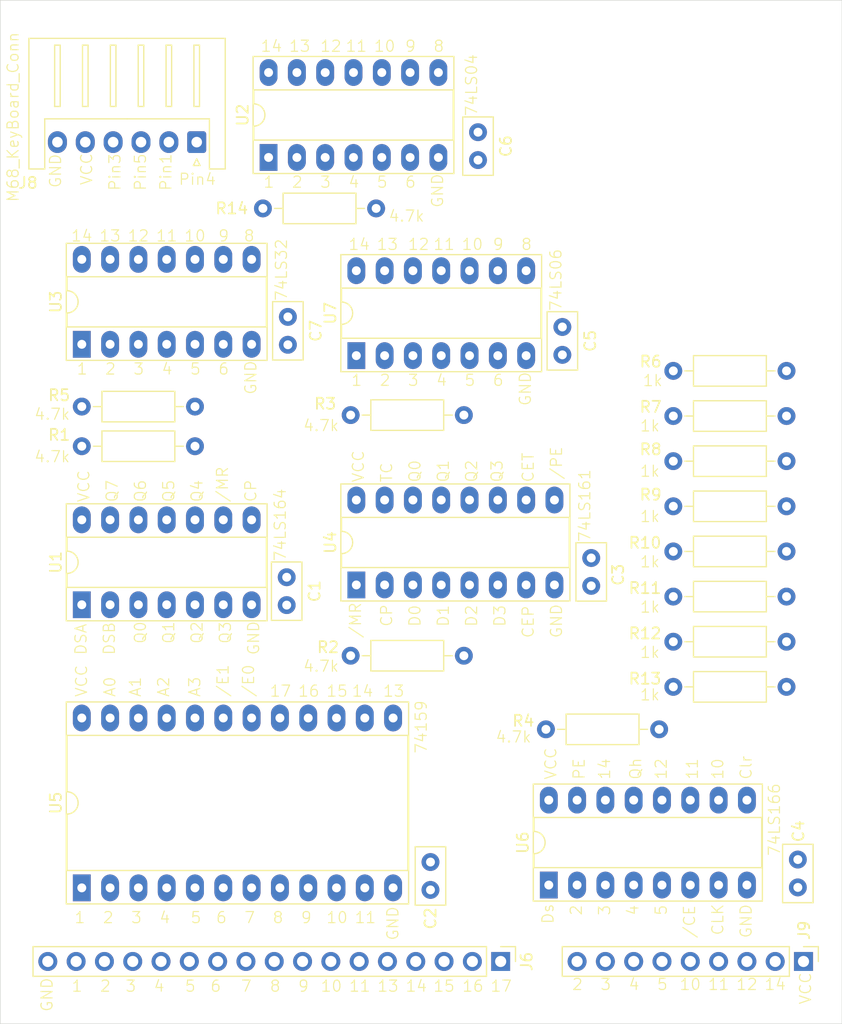
<source format=kicad_pcb>
(kicad_pcb (version 20240108) (generator "pcbnew") (generator_version "8.0")
  (layers (0 "F.Cu" signal) (31 "B.Cu" signal) (34 "B.Paste" user) (35 "F.Paste" user) (36 "B.SilkS" user "B.Silkscreen") (37 "F.SilkS" user "F.Silkscreen") (38 "B.Mask" user) (39 "F.Mask" user) (44 "Edge.Cuts" user))
  (net 0 "")
  (net 1 "VCC")
  (net 2 "/FromM68(Pin4)")
  (net 3 "/FromM68(Pin1)")
  (net 4 "/ToM68(Pin5)")
  (net 15 "GND")
  (net 16 "Net-(J6-Pin_3)")
  (net 17 "Net-(J6-Pin_2)")
  (net 18 "Net-(J6-Pin_1)")
  (net 19 "Net-(J6-Pin_4)")
  (net 20 "Net-(J6-Pin_5)")
  (net 21 "/FromM68(Pin3)")
  (net 22 "Net-(U2-Pad10)")
  (net 23 "Net-(U2-Pad4)")
  (net 24 "Net-(U2-Pad12)")
  (net 25 "Net-(U2-Pad6)")
  (net 26 "Net-(U2-Pad8)")
  (net 33 "Net-(J6-Pin_16)")
  (net 34 "Net-(J6-Pin_7)")
  (net 35 "Net-(J6-Pin_13)")
  (net 36 "Net-(J6-Pin_14)")
  (net 37 "Net-(J6-Pin_11)")
  (net 38 "Net-(J6-Pin_10)")
  (net 39 "Net-(J6-Pin_15)")
  (net 40 "Net-(J6-Pin_9)")
  (net 41 "Net-(J6-Pin_12)")
  (net 42 "Net-(J6-Pin_6)")
  (net 43 "Net-(J6-Pin_8)")
  (net 44 "Net-(J9-Pin_3)")
  (net 45 "Net-(J9-Pin_8)")
  (net 46 "Net-(J9-Pin_7)")
  (net 47 "Net-(J9-Pin_9)")
  (net 48 "Net-(J9-Pin_2)")
  (net 49 "Net-(J9-Pin_5)")
  (net 50 "Net-(J9-Pin_6)")
  (net 51 "Net-(J9-Pin_4)")
  (net 52 "Net-(U1-DSB)")
  (net 53 "Net-(U4-D0)")
  (net 54 "Net-(U6-Clr)")
  (net 55 "Net-(U6-PE)")
  (net 56 "Net-(U1-Q2)")
  (net 57 "Net-(U1-Q3)")
  (net 61 "Net-(U1-CP)")
  (net 63 "Net-(U1-Q1)")
  (net 64 "Net-(U1-Q0)")
  (net 65 "Net-(U4-TC)")
  (net 66 "Net-(U6-Qh)")
  (net 67 "Net-(U4-CEP)")
  (footprint "Package_DIP:DIP-14_W7.62mm_Socket_LongPads" (layer "F.Cu") (at 32.7152 91.44 90)
    (property "Reference" "U3" (at 3.81 -2.33 90) (layer "F.SilkS"))
    (property "Value" "74LS32")
    (pad "1" thru_hole rect (at 0 0 90) (size 2.4 1.6) (drill 0.8) (layers "*.Cu" "*.Mask") (net 25 "Net-(U2-Pad6)"))
    (pad "2" thru_hole oval (at 0 2.54 90) (size 2.4 1.6) (drill 0.8) (layers "*.Cu" "*.Mask") (net 23 "Net-(U2-Pad4)"))
    (pad "3" thru_hole oval (at 0 5.08 90) (size 2.4 1.6) (drill 0.8) (layers "*.Cu" "*.Mask") (net 67 "Net-(U4-CEP)"))
    (pad "4" thru_hole oval (at 0 7.62 90) (size 2.4 1.6) (drill 0.8) (layers "*.Cu" "*.Mask") (net 24 "Net-(U2-Pad12)"))
    (pad "5" thru_hole oval (at 0 10.16 90) (size 2.4 1.6) (drill 0.8) (layers "*.Cu" "*.Mask") (net 2 "/FromM68(Pin4)"))
    (pad "6" thru_hole oval (at 0 12.7 90) (size 2.4 1.6) (drill 0.8) (layers "*.Cu" "*.Mask") (net 55 "Net-(U6-PE)"))
    (pad "7" thru_hole oval (at 0 15.24 90) (size 2.4 1.6) (drill 0.8) (layers "*.Cu" "*.Mask") (net 15 "GND"))
    (pad "8" thru_hole oval (at 7.62 15.24 90) (size 2.4 1.6) (drill 0.8) (layers "*.Cu" "*.Mask"))
    (pad "9" thru_hole oval (at 7.62 12.7 90) (size 2.4 1.6) (drill 0.8) (layers "*.Cu" "*.Mask"))
    (pad "10" thru_hole oval (at 7.62 10.16 90) (size 2.4 1.6) (drill 0.8) (layers "*.Cu" "*.Mask"))
    (pad "11" thru_hole oval (at 7.62 7.62 90) (size 2.4 1.6) (drill 0.8) (layers "*.Cu" "*.Mask"))
    (pad "12" thru_hole oval (at 7.62 5.08 90) (size 2.4 1.6) (drill 0.8) (layers "*.Cu" "*.Mask"))
    (pad "13" thru_hole oval (at 7.62 2.54 90) (size 2.4 1.6) (drill 0.8) (layers "*.Cu" "*.Mask"))
    (pad "14" thru_hole oval (at 7.62 0 90) (size 2.4 1.6) (drill 0.8) (layers "*.Cu" "*.Mask") (net 1 "VCC"))
  )
  (footprint "Resistor_THT:R_Axial_DIN0207_L6.3mm_D2.5mm_P10.16mm_Horizontal" (layer "F.Cu") (at 85.8012 97.874)
    (property "Reference" "R7" (at -2.032 -0.818 0) (layer "F.SilkS"))
    (property "Value" "1k")
    (pad "1" thru_hole circle (at 0 0) (size 1.6 1.6) (drill 0.8) (layers "*.Cu" "*.Mask") (net 45 "Net-(J9-Pin_8)"))
    (pad "2" thru_hole oval (at 10.16 0) (size 1.6 1.6) (drill 0.8) (layers "*.Cu" "*.Mask") (net 1 "VCC"))
  )
  (footprint "Resistor_THT:R_Axial_DIN0207_L6.3mm_D2.5mm_P10.16mm_Horizontal" (layer "F.Cu") (at 32.7152 100.584)
    (property "Reference" "R1" (at -2.032 -1.016 0) (layer "F.SilkS"))
    (property "Value" "4.7k")
    (pad "1" thru_hole circle (at 0 0) (size 1.6 1.6) (drill 0.8) (layers "*.Cu" "*.Mask") (net 1 "VCC"))
    (pad "2" thru_hole oval (at 10.16 0) (size 1.6 1.6) (drill 0.8) (layers "*.Cu" "*.Mask") (net 52 "Net-(U1-DSB)"))
  )
  (footprint "Resistor_THT:R_Axial_DIN0207_L6.3mm_D2.5mm_P10.16mm_Horizontal" (layer "F.Cu") (at 48.9712 79.248)
    (property "Reference" "R14" (at -2.794 0 0) (layer "F.SilkS"))
    (property "Value" "4.7k")
    (pad "1" thru_hole circle (at 0 0) (size 1.6 1.6) (drill 0.8) (layers "*.Cu" "*.Mask") (net 1 "VCC"))
    (pad "2" thru_hole oval (at 10.16 0) (size 1.6 1.6) (drill 0.8) (layers "*.Cu" "*.Mask") (net 21 "/FromM68(Pin3)"))
  )
  (footprint "Resistor_THT:R_Axial_DIN0207_L6.3mm_D2.5mm_P10.16mm_Horizontal" (layer "F.Cu") (at 85.8012 105.974)
    (property "Reference" "R9" (at -2.032 -1.044 0) (layer "F.SilkS"))
    (property "Value" "1k")
    (pad "1" thru_hole circle (at 0 0) (size 1.6 1.6) (drill 0.8) (layers "*.Cu" "*.Mask") (net 50 "Net-(J9-Pin_6)"))
    (pad "2" thru_hole oval (at 10.16 0) (size 1.6 1.6) (drill 0.8) (layers "*.Cu" "*.Mask") (net 1 "VCC"))
  )
  (footprint "Connector_JST:JST_XH_S6B-XH-A_1x06_P2.50mm_Horizontal" (layer "F.Cu") (at 43.0292 73.3 180)
    (property "Reference" "J8" (at 15.14 -3.662 0) (layer "F.SilkS"))
    (property "Value" "M68_Kbd_Con")
    (pad "1" thru_hole roundrect (at 0 0 180) (size 1.7 1.95) (drill 0.95) (layers "*.Cu" "*.Mask") (roundrect_rratio 0.147059) (net 2 "/FromM68(Pin4)"))
    (pad "2" thru_hole oval (at 2.5 0 180) (size 1.7 1.95) (drill 0.95) (layers "*.Cu" "*.Mask") (net 3 "/FromM68(Pin1)"))
    (pad "3" thru_hole oval (at 5 0 180) (size 1.7 1.95) (drill 0.95) (layers "*.Cu" "*.Mask") (net 4 "/ToM68(Pin5)"))
    (pad "4" thru_hole oval (at 7.5 0 180) (size 1.7 1.95) (drill 0.95) (layers "*.Cu" "*.Mask") (net 21 "/FromM68(Pin3)"))
    (pad "5" thru_hole oval (at 10 0 180) (size 1.7 1.95) (drill 0.95) (layers "*.Cu" "*.Mask") (net 1 "VCC"))
    (pad "6" thru_hole oval (at 12.5 0 180) (size 1.7 1.95) (drill 0.95) (layers "*.Cu" "*.Mask") (net 15 "GND"))
  )
  (footprint "Package_DIP:DIP-16_W7.62mm_Socket_LongPads" (layer "F.Cu") (at 74.6252 139.954 90)
    (property "Reference" "U6" (at 3.81 -2.33 90) (layer "F.SilkS"))
    (property "Value" "74LS166")
    (pad "1" thru_hole rect (at 0 0 90) (size 2.4 1.6) (drill 0.8) (layers "*.Cu" "*.Mask") (net 15 "GND"))
    (pad "2" thru_hole oval (at 0 2.54 90) (size 2.4 1.6) (drill 0.8) (layers "*.Cu" "*.Mask") (net 47 "Net-(J9-Pin_9)"))
    (pad "3" thru_hole oval (at 0 5.08 90) (size 2.4 1.6) (drill 0.8) (layers "*.Cu" "*.Mask") (net 45 "Net-(J9-Pin_8)"))
    (pad "4" thru_hole oval (at 0 7.62 90) (size 2.4 1.6) (drill 0.8) (layers "*.Cu" "*.Mask") (net 46 "Net-(J9-Pin_7)"))
    (pad "5" thru_hole oval (at 0 10.16 90) (size 2.4 1.6) (drill 0.8) (layers "*.Cu" "*.Mask") (net 50 "Net-(J9-Pin_6)"))
    (pad "6" thru_hole oval (at 0 12.7 90) (size 2.4 1.6) (drill 0.8) (layers "*.Cu" "*.Mask") (net 15 "GND"))
    (pad "7" thru_hole oval (at 0 15.24 90) (size 2.4 1.6) (drill 0.8) (layers "*.Cu" "*.Mask") (net 61 "Net-(U1-CP)"))
    (pad "8" thru_hole oval (at 0 17.78 90) (size 2.4 1.6) (drill 0.8) (layers "*.Cu" "*.Mask") (net 15 "GND"))
    (pad "9" thru_hole oval (at 7.62 17.78 90) (size 2.4 1.6) (drill 0.8) (layers "*.Cu" "*.Mask") (net 54 "Net-(U6-Clr)"))
    (pad "10" thru_hole oval (at 7.62 15.24 90) (size 2.4 1.6) (drill 0.8) (layers "*.Cu" "*.Mask") (net 49 "Net-(J9-Pin_5)"))
    (pad "11" thru_hole oval (at 7.62 12.7 90) (size 2.4 1.6) (drill 0.8) (layers "*.Cu" "*.Mask") (net 51 "Net-(J9-Pin_4)"))
    (pad "12" thru_hole oval (at 7.62 10.16 90) (size 2.4 1.6) (drill 0.8) (layers "*.Cu" "*.Mask") (net 44 "Net-(J9-Pin_3)"))
    (pad "13" thru_hole oval (at 7.62 7.62 90) (size 2.4 1.6) (drill 0.8) (layers "*.Cu" "*.Mask") (net 66 "Net-(U6-Qh)"))
    (pad "14" thru_hole oval (at 7.62 5.08 90) (size 2.4 1.6) (drill 0.8) (layers "*.Cu" "*.Mask") (net 48 "Net-(J9-Pin_2)"))
    (pad "15" thru_hole oval (at 7.62 2.54 90) (size 2.4 1.6) (drill 0.8) (layers "*.Cu" "*.Mask") (net 55 "Net-(U6-PE)"))
    (pad "16" thru_hole oval (at 7.62 0 90) (size 2.4 1.6) (drill 0.8) (layers "*.Cu" "*.Mask") (net 1 "VCC"))
  )
  (footprint "Connector_PinHeader_2.54mm:PinHeader_1x09_P2.54mm_Vertical" (layer "F.Cu") (at 97.4852 146.812 -90)
    (property "Reference" "J9" (at -2.794 -0.0508 90) (layer "F.SilkS"))
    (property "Value" "row")
    (pad "1" thru_hole rect (at 0 0 270) (size 1.7 1.7) (drill 1) (layers "*.Cu" "*.Mask") (net 1 "VCC"))
    (pad "2" thru_hole oval (at 0 2.54 270) (size 1.7 1.7) (drill 1) (layers "*.Cu" "*.Mask") (net 48 "Net-(J9-Pin_2)"))
    (pad "3" thru_hole oval (at 0 5.08 270) (size 1.7 1.7) (drill 1) (layers "*.Cu" "*.Mask") (net 44 "Net-(J9-Pin_3)"))
    (pad "4" thru_hole oval (at 0 7.62 270) (size 1.7 1.7) (drill 1) (layers "*.Cu" "*.Mask") (net 51 "Net-(J9-Pin_4)"))
    (pad "5" thru_hole oval (at 0 10.16 270) (size 1.7 1.7) (drill 1) (layers "*.Cu" "*.Mask") (net 49 "Net-(J9-Pin_5)"))
    (pad "6" thru_hole oval (at 0 12.7 270) (size 1.7 1.7) (drill 1) (layers "*.Cu" "*.Mask") (net 50 "Net-(J9-Pin_6)"))
    (pad "7" thru_hole oval (at 0 15.24 270) (size 1.7 1.7) (drill 1) (layers "*.Cu" "*.Mask") (net 46 "Net-(J9-Pin_7)"))
    (pad "8" thru_hole oval (at 0 17.78 270) (size 1.7 1.7) (drill 1) (layers "*.Cu" "*.Mask") (net 45 "Net-(J9-Pin_8)"))
    (pad "9" thru_hole oval (at 0 20.32 270) (size 1.7 1.7) (drill 1) (layers "*.Cu" "*.Mask") (net 47 "Net-(J9-Pin_9)"))
  )
  (footprint "Resistor_THT:R_Axial_DIN0207_L6.3mm_D2.5mm_P10.16mm_Horizontal" (layer "F.Cu") (at 85.8012 114.074)
    (property "Reference" "R11" (at -2.54 -0.762 0) (layer "F.SilkS"))
    (property "Value" "1k")
    (pad "1" thru_hole circle (at 0 0) (size 1.6 1.6) (drill 0.8) (layers "*.Cu" "*.Mask") (net 51 "Net-(J9-Pin_4)"))
    (pad "2" thru_hole oval (at 10.16 0) (size 1.6 1.6) (drill 0.8) (layers "*.Cu" "*.Mask") (net 1 "VCC"))
  )
  (footprint "Capacitor_THT:C_Disc_D5.0mm_W2.5mm_P2.50mm" (layer "F.Cu") (at 78.4352 110.6116 -90)
    (property "Reference" "C3" (at 1.504 -2.413 90) (layer "F.SilkS"))
    (property "Value" "0.1u")
    (pad "1" thru_hole circle (at 0 0 270) (size 1.6 1.6) (drill 0.8) (layers "*.Cu" "*.Mask") (net 1 "VCC"))
    (pad "2" thru_hole circle (at 2.5 0 270) (size 1.6 1.6) (drill 0.8) (layers "*.Cu" "*.Mask") (net 15 "GND"))
  )
  (footprint "Capacitor_THT:C_Disc_D5.0mm_W2.5mm_P2.50mm" (layer "F.Cu") (at 96.9772 137.668 -90)
    (property "Reference" "C4" (at -2.54 -0.0508 90) (layer "F.SilkS"))
    (property "Value" "0.1u")
    (pad "1" thru_hole circle (at 0 0 270) (size 1.6 1.6) (drill 0.8) (layers "*.Cu" "*.Mask") (net 1 "VCC"))
    (pad "2" thru_hole circle (at 2.5 0 270) (size 1.6 1.6) (drill 0.8) (layers "*.Cu" "*.Mask") (net 15 "GND"))
  )
  (footprint "Resistor_THT:R_Axial_DIN0207_L6.3mm_D2.5mm_P10.16mm_Horizontal" (layer "F.Cu") (at 85.8012 118.124)
    (property "Reference" "R12" (at -2.54 -0.748 0) (layer "F.SilkS"))
    (property "Value" "1k")
    (pad "1" thru_hole circle (at 0 0) (size 1.6 1.6) (drill 0.8) (layers "*.Cu" "*.Mask") (net 44 "Net-(J9-Pin_3)"))
    (pad "2" thru_hole oval (at 10.16 0) (size 1.6 1.6) (drill 0.8) (layers "*.Cu" "*.Mask") (net 1 "VCC"))
  )
  (footprint "Resistor_THT:R_Axial_DIN0207_L6.3mm_D2.5mm_P10.16mm_Horizontal" (layer "F.Cu") (at 56.8452 97.79)
    (property "Reference" "R3" (at -2.286 -1.016 0) (layer "F.SilkS"))
    (property "Value" "R")
    (pad "1" thru_hole circle (at 0 0) (size 1.6 1.6) (drill 0.8) (layers "*.Cu" "*.Mask") (net 1 "VCC"))
    (pad "2" thru_hole oval (at 10.16 0) (size 1.6 1.6) (drill 0.8) (layers "*.Cu" "*.Mask") (net 4 "/ToM68(Pin5)"))
  )
  (footprint "Connector_PinHeader_2.54mm:PinHeader_1x17_P2.54mm_Vertical" (layer "F.Cu") (at 70.3072 146.812 -90)
    (property "Reference" "J6" (at 0 -2.33 90) (layer "F.SilkS"))
    (property "Value" "Column")
    (pad "1" thru_hole rect (at 0 0 270) (size 1.7 1.7) (drill 1) (layers "*.Cu" "*.Mask") (net 18 "Net-(J6-Pin_1)"))
    (pad "2" thru_hole oval (at 0 2.54 270) (size 1.7 1.7) (drill 1) (layers "*.Cu" "*.Mask") (net 17 "Net-(J6-Pin_2)"))
    (pad "3" thru_hole oval (at 0 5.08 270) (size 1.7 1.7) (drill 1) (layers "*.Cu" "*.Mask") (net 16 "Net-(J6-Pin_3)"))
    (pad "4" thru_hole oval (at 0 7.62 270) (size 1.7 1.7) (drill 1) (layers "*.Cu" "*.Mask") (net 19 "Net-(J6-Pin_4)"))
    (pad "5" thru_hole oval (at 0 10.16 270) (size 1.7 1.7) (drill 1) (layers "*.Cu" "*.Mask") (net 20 "Net-(J6-Pin_5)"))
    (pad "6" thru_hole oval (at 0 12.7 270) (size 1.7 1.7) (drill 1) (layers "*.Cu" "*.Mask") (net 42 "Net-(J6-Pin_6)"))
    (pad "7" thru_hole oval (at 0 15.24 270) (size 1.7 1.7) (drill 1) (layers "*.Cu" "*.Mask") (net 34 "Net-(J6-Pin_7)"))
    (pad "8" thru_hole oval (at 0 17.78 270) (size 1.7 1.7) (drill 1) (layers "*.Cu" "*.Mask") (net 43 "Net-(J6-Pin_8)"))
    (pad "9" thru_hole oval (at 0 20.32 270) (size 1.7 1.7) (drill 1) (layers "*.Cu" "*.Mask") (net 40 "Net-(J6-Pin_9)"))
    (pad "10" thru_hole oval (at 0 22.86 270) (size 1.7 1.7) (drill 1) (layers "*.Cu" "*.Mask") (net 38 "Net-(J6-Pin_10)"))
    (pad "11" thru_hole oval (at 0 25.4 270) (size 1.7 1.7) (drill 1) (layers "*.Cu" "*.Mask") (net 37 "Net-(J6-Pin_11)"))
    (pad "12" thru_hole oval (at 0 27.94 270) (size 1.7 1.7) (drill 1) (layers "*.Cu" "*.Mask") (net 41 "Net-(J6-Pin_12)"))
    (pad "13" thru_hole oval (at 0 30.48 270) (size 1.7 1.7) (drill 1) (layers "*.Cu" "*.Mask") (net 35 "Net-(J6-Pin_13)"))
    (pad "14" thru_hole oval (at 0 33.02 270) (size 1.7 1.7) (drill 1) (layers "*.Cu" "*.Mask") (net 36 "Net-(J6-Pin_14)"))
    (pad "15" thru_hole oval (at 0 35.56 270) (size 1.7 1.7) (drill 1) (layers "*.Cu" "*.Mask") (net 39 "Net-(J6-Pin_15)"))
    (pad "16" thru_hole oval (at 0 38.1 270) (size 1.7 1.7) (drill 1) (layers "*.Cu" "*.Mask") (net 33 "Net-(J6-Pin_16)"))
    (pad "17" thru_hole oval (at 0 40.64 270) (size 1.7 1.7) (drill 1) (layers "*.Cu" "*.Mask") (net 15 "GND"))
  )
  (footprint "Resistor_THT:R_Axial_DIN0207_L6.3mm_D2.5mm_P10.16mm_Horizontal" (layer "F.Cu") (at 32.7152 97.028)
    (property "Reference" "R5" (at -2.032 -1.016 0) (layer "F.SilkS"))
    (property "Value" "4.7k")
    (pad "1" thru_hole circle (at 0 0) (size 1.6 1.6) (drill 0.8) (layers "*.Cu" "*.Mask") (net 1 "VCC"))
    (pad "2" thru_hole oval (at 10.16 0) (size 1.6 1.6) (drill 0.8) (layers "*.Cu" "*.Mask") (net 55 "Net-(U6-PE)"))
  )
  (footprint "Capacitor_THT:C_Disc_D5.0mm_W2.5mm_P2.50mm" (layer "F.Cu") (at 75.8444 89.8852 -90)
    (property "Reference" "C5" (at 1.25 -2.5 90) (layer "F.SilkS"))
    (property "Value" "0.1u")
    (pad "1" thru_hole circle (at 0 0 270) (size 1.6 1.6) (drill 0.8) (layers "*.Cu" "*.Mask") (net 1 "VCC"))
    (pad "2" thru_hole circle (at 2.5 0 270) (size 1.6 1.6) (drill 0.8) (layers "*.Cu" "*.Mask") (net 15 "GND"))
  )
  (footprint "Package_DIP:DIP-14_W7.62mm_Socket_LongPads" (layer "F.Cu") (at 57.3532 92.456 90)
    (property "Reference" "U7" (at 3.81 -2.33 90) (layer "F.SilkS"))
    (property "Value" "74LS06")
    (pad "1" thru_hole rect (at 0 0 90) (size 2.4 1.6) (drill 0.8) (layers "*.Cu" "*.Mask"))
    (pad "2" thru_hole oval (at 0 2.54 90) (size 2.4 1.6) (drill 0.8) (layers "*.Cu" "*.Mask"))
    (pad "3" thru_hole oval (at 0 5.08 90) (size 2.4 1.6) (drill 0.8) (layers "*.Cu" "*.Mask"))
    (pad "4" thru_hole oval (at 0 7.62 90) (size 2.4 1.6) (drill 0.8) (layers "*.Cu" "*.Mask"))
    (pad "5" thru_hole oval (at 0 10.16 90) (size 2.4 1.6) (drill 0.8) (layers "*.Cu" "*.Mask") (net 26 "Net-(U2-Pad8)"))
    (pad "6" thru_hole oval (at 0 12.7 90) (size 2.4 1.6) (drill 0.8) (layers "*.Cu" "*.Mask") (net 4 "/ToM68(Pin5)"))
    (pad "7" thru_hole oval (at 0 15.24 90) (size 2.4 1.6) (drill 0.8) (layers "*.Cu" "*.Mask") (net 15 "GND"))
    (pad "8" thru_hole oval (at 7.62 15.24 90) (size 2.4 1.6) (drill 0.8) (layers "*.Cu" "*.Mask"))
    (pad "9" thru_hole oval (at 7.62 12.7 90) (size 2.4 1.6) (drill 0.8) (layers "*.Cu" "*.Mask"))
    (pad "10" thru_hole oval (at 7.62 10.16 90) (size 2.4 1.6) (drill 0.8) (layers "*.Cu" "*.Mask"))
    (pad "11" thru_hole oval (at 7.62 7.62 90) (size 2.4 1.6) (drill 0.8) (layers "*.Cu" "*.Mask"))
    (pad "12" thru_hole oval (at 7.62 5.08 90) (size 2.4 1.6) (drill 0.8) (layers "*.Cu" "*.Mask"))
    (pad "13" thru_hole oval (at 7.62 2.54 90) (size 2.4 1.6) (drill 0.8) (layers "*.Cu" "*.Mask"))
    (pad "14" thru_hole oval (at 7.62 0 90) (size 2.4 1.6) (drill 0.8) (layers "*.Cu" "*.Mask") (net 1 "VCC"))
  )
  (footprint "Capacitor_THT:C_Disc_D5.0mm_W2.5mm_P2.50mm" (layer "F.Cu") (at 68.2752 72.41 -90)
    (property "Reference" "C6" (at 1.25 -2.5 90) (layer "F.SilkS"))
    (property "Value" "0.1u")
    (pad "1" thru_hole circle (at 0 0 270) (size 1.6 1.6) (drill 0.8) (layers "*.Cu" "*.Mask") (net 1 "VCC"))
    (pad "2" thru_hole circle (at 2.5 0 270) (size 1.6 1.6) (drill 0.8) (layers "*.Cu" "*.Mask") (net 15 "GND"))
  )
  (footprint "Capacitor_THT:C_Disc_D5.0mm_W2.5mm_P2.50mm" (layer "F.Cu") (at 51.2114 88.9808 -90)
    (property "Reference" "C7" (at 1.25 -2.5 90) (layer "F.SilkS"))
    (property "Value" "0.1u")
    (pad "1" thru_hole circle (at 0 0 270) (size 1.6 1.6) (drill 0.8) (layers "*.Cu" "*.Mask") (net 1 "VCC"))
    (pad "2" thru_hole circle (at 2.5 0 270) (size 1.6 1.6) (drill 0.8) (layers "*.Cu" "*.Mask") (net 15 "GND"))
  )
  (footprint "Resistor_THT:R_Axial_DIN0207_L6.3mm_D2.5mm_P10.16mm_Horizontal" (layer "F.Cu") (at 56.8452 119.38)
    (property "Reference" "R2" (at -2.032 -0.762 0) (layer "F.SilkS"))
    (property "Value" "4.7k")
    (pad "1" thru_hole circle (at 0 0) (size 1.6 1.6) (drill 0.8) (layers "*.Cu" "*.Mask") (net 1 "VCC"))
    (pad "2" thru_hole oval (at 10.16 0) (size 1.6 1.6) (drill 0.8) (layers "*.Cu" "*.Mask") (net 53 "Net-(U4-D0)"))
  )
  (footprint "Resistor_THT:R_Axial_DIN0207_L6.3mm_D2.5mm_P10.16mm_Horizontal" (layer "F.Cu") (at 85.8012 93.824)
    (property "Reference" "R6" (at -2.032 -0.832 0) (layer "F.SilkS"))
    (property "Value" "1k")
    (pad "1" thru_hole circle (at 0 0) (size 1.6 1.6) (drill 0.8) (layers "*.Cu" "*.Mask") (net 47 "Net-(J9-Pin_9)"))
    (pad "2" thru_hole oval (at 10.16 0) (size 1.6 1.6) (drill 0.8) (layers "*.Cu" "*.Mask") (net 1 "VCC"))
  )
  (footprint "Resistor_THT:R_Axial_DIN0207_L6.3mm_D2.5mm_P10.16mm_Horizontal" (layer "F.Cu") (at 85.8012 101.924)
    (property "Reference" "R8" (at -2.032 -1.058 0) (layer "F.SilkS"))
    (property "Value" "1k")
    (pad "1" thru_hole circle (at 0 0) (size 1.6 1.6) (drill 0.8) (layers "*.Cu" "*.Mask") (net 46 "Net-(J9-Pin_7)"))
    (pad "2" thru_hole oval (at 10.16 0) (size 1.6 1.6) (drill 0.8) (layers "*.Cu" "*.Mask") (net 1 "VCC"))
  )
  (footprint "Package_DIP:DIP-16_W7.62mm_Socket_LongPads" (layer "F.Cu") (at 57.3532 113.03 90)
    (property "Reference" "U4" (at 3.81 -2.33 90) (layer "F.SilkS"))
    (property "Value" "74LS161")
    (pad "1" thru_hole rect (at 0 0 90) (size 2.4 1.6) (drill 0.8) (layers "*.Cu" "*.Mask") (net 53 "Net-(U4-D0)"))
    (pad "2" thru_hole oval (at 0 2.54 90) (size 2.4 1.6) (drill 0.8) (layers "*.Cu" "*.Mask") (net 61 "Net-(U1-CP)"))
    (pad "3" thru_hole oval (at 0 5.08 90) (size 2.4 1.6) (drill 0.8) (layers "*.Cu" "*.Mask") (net 53 "Net-(U4-D0)"))
    (pad "4" thru_hole oval (at 0 7.62 90) (size 2.4 1.6) (drill 0.8) (layers "*.Cu" "*.Mask") (net 15 "GND"))
    (pad "5" thru_hole oval (at 0 10.16 90) (size 2.4 1.6) (drill 0.8) (layers "*.Cu" "*.Mask") (net 15 "GND"))
    (pad "6" thru_hole oval (at 0 12.7 90) (size 2.4 1.6) (drill 0.8) (layers "*.Cu" "*.Mask") (net 53 "Net-(U4-D0)"))
    (pad "7" thru_hole oval (at 0 15.24 90) (size 2.4 1.6) (drill 0.8) (layers "*.Cu" "*.Mask") (net 67 "Net-(U4-CEP)"))
    (pad "8" thru_hole oval (at 0 17.78 90) (size 2.4 1.6) (drill 0.8) (layers "*.Cu" "*.Mask") (net 15 "GND"))
    (pad "9" thru_hole oval (at 7.62 17.78 90) (size 2.4 1.6) (drill 0.8) (layers "*.Cu" "*.Mask") (net 67 "Net-(U4-CEP)"))
    (pad "10" thru_hole oval (at 7.62 15.24 90) (size 2.4 1.6) (drill 0.8) (layers "*.Cu" "*.Mask") (net 67 "Net-(U4-CEP)"))
    (pad "11" thru_hole oval (at 7.62 12.7 90) (size 2.4 1.6) (drill 0.8) (layers "*.Cu" "*.Mask"))
    (pad "12" thru_hole oval (at 7.62 10.16 90) (size 2.4 1.6) (drill 0.8) (layers "*.Cu" "*.Mask"))
    (pad "13" thru_hole oval (at 7.62 7.62 90) (size 2.4 1.6) (drill 0.8) (layers "*.Cu" "*.Mask"))
    (pad "14" thru_hole oval (at 7.62 5.08 90) (size 2.4 1.6) (drill 0.8) (layers "*.Cu" "*.Mask"))
    (pad "15" thru_hole oval (at 7.62 2.54 90) (size 2.4 1.6) (drill 0.8) (layers "*.Cu" "*.Mask") (net 65 "Net-(U4-TC)"))
    (pad "16" thru_hole oval (at 7.62 0 90) (size 2.4 1.6) (drill 0.8) (layers "*.Cu" "*.Mask") (net 1 "VCC"))
  )
  (footprint "Package_DIP:DIP-24_W15.24mm_Socket_LongPads" (layer "F.Cu") (at 32.7152 140.208 90)
    (property "Reference" "U5" (at 7.62 -2.33 90) (layer "F.SilkS"))
    (property "Value" "74159")
    (pad "1" thru_hole rect (at 0 0 90) (size 2.4 1.6) (drill 0.8) (layers "*.Cu" "*.Mask") (net 33 "Net-(J6-Pin_16)"))
    (pad "2" thru_hole oval (at 0 2.54 90) (size 2.4 1.6) (drill 0.8) (layers "*.Cu" "*.Mask") (net 39 "Net-(J6-Pin_15)"))
    (pad "3" thru_hole oval (at 0 5.08 90) (size 2.4 1.6) (drill 0.8) (layers "*.Cu" "*.Mask") (net 36 "Net-(J6-Pin_14)"))
    (pad "4" thru_hole oval (at 0 7.62 90) (size 2.4 1.6) (drill 0.8) (layers "*.Cu" "*.Mask") (net 35 "Net-(J6-Pin_13)"))
    (pad "5" thru_hole oval (at 0 10.16 90) (size 2.4 1.6) (drill 0.8) (layers "*.Cu" "*.Mask") (net 41 "Net-(J6-Pin_12)"))
    (pad "6" thru_hole oval (at 0 12.7 90) (size 2.4 1.6) (drill 0.8) (layers "*.Cu" "*.Mask") (net 37 "Net-(J6-Pin_11)"))
    (pad "7" thru_hole oval (at 0 15.24 90) (size 2.4 1.6) (drill 0.8) (layers "*.Cu" "*.Mask") (net 38 "Net-(J6-Pin_10)"))
    (pad "8" thru_hole oval (at 0 17.78 90) (size 2.4 1.6) (drill 0.8) (layers "*.Cu" "*.Mask") (net 40 "Net-(J6-Pin_9)"))
    (pad "9" thru_hole oval (at 0 20.32 90) (size 2.4 1.6) (drill 0.8) (layers "*.Cu" "*.Mask") (net 43 "Net-(J6-Pin_8)"))
    (pad "10" thru_hole oval (at 0 22.86 90) (size 2.4 1.6) (drill 0.8) (layers "*.Cu" "*.Mask") (net 34 "Net-(J6-Pin_7)"))
    (pad "11" thru_hole oval (at 0 25.4 90) (size 2.4 1.6) (drill 0.8) (layers "*.Cu" "*.Mask") (net 42 "Net-(J6-Pin_6)"))
    (pad "12" thru_hole oval (at 0 27.94 90) (size 2.4 1.6) (drill 0.8) (layers "*.Cu" "*.Mask") (net 15 "GND"))
    (pad "13" thru_hole oval (at 15.24 27.94 90) (size 2.4 1.6) (drill 0.8) (layers "*.Cu" "*.Mask") (net 20 "Net-(J6-Pin_5)"))
    (pad "14" thru_hole oval (at 15.24 25.4 90) (size 2.4 1.6) (drill 0.8) (layers "*.Cu" "*.Mask") (net 19 "Net-(J6-Pin_4)"))
    (pad "15" thru_hole oval (at 15.24 22.86 90) (size 2.4 1.6) (drill 0.8) (layers "*.Cu" "*.Mask") (net 16 "Net-(J6-Pin_3)"))
    (pad "16" thru_hole oval (at 15.24 20.32 90) (size 2.4 1.6) (drill 0.8) (layers "*.Cu" "*.Mask") (net 17 "Net-(J6-Pin_2)"))
    (pad "17" thru_hole oval (at 15.24 17.78 90) (size 2.4 1.6) (drill 0.8) (layers "*.Cu" "*.Mask") (net 18 "Net-(J6-Pin_1)"))
    (pad "18" thru_hole oval (at 15.24 15.24 90) (size 2.4 1.6) (drill 0.8) (layers "*.Cu" "*.Mask") (net 15 "GND"))
    (pad "19" thru_hole oval (at 15.24 12.7 90) (size 2.4 1.6) (drill 0.8) (layers "*.Cu" "*.Mask") (net 15 "GND"))
    (pad "20" thru_hole oval (at 15.24 10.16 90) (size 2.4 1.6) (drill 0.8) (layers "*.Cu" "*.Mask") (net 64 "Net-(U1-Q0)"))
    (pad "21" thru_hole oval (at 15.24 7.62 90) (size 2.4 1.6) (drill 0.8) (layers "*.Cu" "*.Mask") (net 63 "Net-(U1-Q1)"))
    (pad "22" thru_hole oval (at 15.24 5.08 90) (size 2.4 1.6) (drill 0.8) (layers "*.Cu" "*.Mask") (net 56 "Net-(U1-Q2)"))
    (pad "23" thru_hole oval (at 15.24 2.54 90) (size 2.4 1.6) (drill 0.8) (layers "*.Cu" "*.Mask") (net 57 "Net-(U1-Q3)"))
    (pad "24" thru_hole oval (at 15.24 0 90) (size 2.4 1.6) (drill 0.8) (layers "*.Cu" "*.Mask") (net 1 "VCC"))
  )
  (footprint "Resistor_THT:R_Axial_DIN0207_L6.3mm_D2.5mm_P10.16mm_Horizontal" (layer "F.Cu") (at 85.8012 122.174)
    (property "Reference" "R13" (at -2.54 -0.734 0) (layer "F.SilkS"))
    (property "Value" "1k")
    (pad "1" thru_hole circle (at 0 0) (size 1.6 1.6) (drill 0.8) (layers "*.Cu" "*.Mask") (net 48 "Net-(J9-Pin_2)"))
    (pad "2" thru_hole oval (at 10.16 0) (size 1.6 1.6) (drill 0.8) (layers "*.Cu" "*.Mask") (net 1 "VCC"))
  )
  (footprint "Package_DIP:DIP-14_W7.62mm_Socket_LongPads" (layer "F.Cu") (at 49.4792 74.676 90)
    (property "Reference" "U2" (at 3.81 -2.33 90) (layer "F.SilkS"))
    (property "Value" "74LS04")
    (pad "1" thru_hole rect (at 0 0 90) (size 2.4 1.6) (drill 0.8) (layers "*.Cu" "*.Mask") (net 3 "/FromM68(Pin1)"))
    (pad "2" thru_hole oval (at 0 2.54 90) (size 2.4 1.6) (drill 0.8) (layers "*.Cu" "*.Mask") (net 61 "Net-(U1-CP)"))
    (pad "3" thru_hole oval (at 0 5.08 90) (size 2.4 1.6) (drill 0.8) (layers "*.Cu" "*.Mask") (net 21 "/FromM68(Pin3)"))
    (pad "4" thru_hole oval (at 0 7.62 90) (size 2.4 1.6) (drill 0.8) (layers "*.Cu" "*.Mask") (net 23 "Net-(U2-Pad4)"))
    (pad "5" thru_hole oval (at 0 10.16 90) (size 2.4 1.6) (drill 0.8) (layers "*.Cu" "*.Mask") (net 2 "/FromM68(Pin4)"))
    (pad "6" thru_hole oval (at 0 12.7 90) (size 2.4 1.6) (drill 0.8) (layers "*.Cu" "*.Mask") (net 25 "Net-(U2-Pad6)"))
    (pad "7" thru_hole oval (at 0 15.24 90) (size 2.4 1.6) (drill 0.8) (layers "*.Cu" "*.Mask") (net 15 "GND"))
    (pad "8" thru_hole oval (at 7.62 15.24 90) (size 2.4 1.6) (drill 0.8) (layers "*.Cu" "*.Mask") (net 26 "Net-(U2-Pad8)"))
    (pad "9" thru_hole oval (at 7.62 12.7 90) (size 2.4 1.6) (drill 0.8) (layers "*.Cu" "*.Mask") (net 22 "Net-(U2-Pad10)"))
    (pad "10" thru_hole oval (at 7.62 10.16 90) (size 2.4 1.6) (drill 0.8) (layers "*.Cu" "*.Mask") (net 22 "Net-(U2-Pad10)"))
    (pad "11" thru_hole oval (at 7.62 7.62 90) (size 2.4 1.6) (drill 0.8) (layers "*.Cu" "*.Mask") (net 66 "Net-(U6-Qh)"))
    (pad "12" thru_hole oval (at 7.62 5.08 90) (size 2.4 1.6) (drill 0.8) (layers "*.Cu" "*.Mask") (net 24 "Net-(U2-Pad12)"))
    (pad "13" thru_hole oval (at 7.62 2.54 90) (size 2.4 1.6) (drill 0.8) (layers "*.Cu" "*.Mask") (net 65 "Net-(U4-TC)"))
    (pad "14" thru_hole oval (at 7.62 0 90) (size 2.4 1.6) (drill 0.8) (layers "*.Cu" "*.Mask") (net 1 "VCC"))
  )
  (footprint "Capacitor_THT:C_Disc_D5.0mm_W2.5mm_P2.50mm" (layer "F.Cu") (at 64.008 137.8912 -90)
    (property "Reference" "C2" (at 5.06 0 90) (layer "F.SilkS"))
    (property "Value" "0.1u")
    (pad "1" thru_hole circle (at 0 0 270) (size 1.6 1.6) (drill 0.8) (layers "*.Cu" "*.Mask") (net 1 "VCC"))
    (pad "2" thru_hole circle (at 2.5 0 270) (size 1.6 1.6) (drill 0.8) (layers "*.Cu" "*.Mask") (net 15 "GND"))
  )
  (footprint "Capacitor_THT:C_Disc_D5.0mm_W2.5mm_P2.50mm" (layer "F.Cu") (at 51.1048 112.3388 -90)
    (property "Reference" "C1" (at 1.25 -2.5 90) (layer "F.SilkS"))
    (property "Value" "0.1u")
    (pad "1" thru_hole circle (at 0 0 270) (size 1.6 1.6) (drill 0.8) (layers "*.Cu" "*.Mask") (net 1 "VCC"))
    (pad "2" thru_hole circle (at 2.5 0 270) (size 1.6 1.6) (drill 0.8) (layers "*.Cu" "*.Mask") (net 15 "GND"))
  )
  (footprint "Package_DIP:DIP-14_W7.62mm_Socket_LongPads" (layer "F.Cu") (at 32.7152 114.808 90)
    (property "Reference" "U1" (at 3.81 -2.33 90) (layer "F.SilkS"))
    (property "Value" "74HC164")
    (pad "1" thru_hole rect (at 0 0 90) (size 2.4 1.6) (drill 0.8) (layers "*.Cu" "*.Mask") (net 4 "/ToM68(Pin5)"))
    (pad "2" thru_hole oval (at 0 2.54 90) (size 2.4 1.6) (drill 0.8) (layers "*.Cu" "*.Mask") (net 52 "Net-(U1-DSB)"))
    (pad "3" thru_hole oval (at 0 5.08 90) (size 2.4 1.6) (drill 0.8) (layers "*.Cu" "*.Mask") (net 64 "Net-(U1-Q0)"))
    (pad "4" thru_hole oval (at 0 7.62 90) (size 2.4 1.6) (drill 0.8) (layers "*.Cu" "*.Mask") (net 63 "Net-(U1-Q1)"))
    (pad "5" thru_hole oval (at 0 10.16 90) (size 2.4 1.6) (drill 0.8) (layers "*.Cu" "*.Mask") (net 56 "Net-(U1-Q2)"))
    (pad "6" thru_hole oval (at 0 12.7 90) (size 2.4 1.6) (drill 0.8) (layers "*.Cu" "*.Mask") (net 57 "Net-(U1-Q3)"))
    (pad "7" thru_hole oval (at 0 15.24 90) (size 2.4 1.6) (drill 0.8) (layers "*.Cu" "*.Mask") (net 15 "GND"))
    (pad "8" thru_hole oval (at 7.62 15.24 90) (size 2.4 1.6) (drill 0.8) (layers "*.Cu" "*.Mask") (net 61 "Net-(U1-CP)"))
    (pad "9" thru_hole oval (at 7.62 12.7 90) (size 2.4 1.6) (drill 0.8) (layers "*.Cu" "*.Mask") (net 52 "Net-(U1-DSB)"))
    (pad "10" thru_hole oval (at 7.62 10.16 90) (size 2.4 1.6) (drill 0.8) (layers "*.Cu" "*.Mask"))
    (pad "11" thru_hole oval (at 7.62 7.62 90) (size 2.4 1.6) (drill 0.8) (layers "*.Cu" "*.Mask"))
    (pad "12" thru_hole oval (at 7.62 5.08 90) (size 2.4 1.6) (drill 0.8) (layers "*.Cu" "*.Mask"))
    (pad "13" thru_hole oval (at 7.62 2.54 90) (size 2.4 1.6) (drill 0.8) (layers "*.Cu" "*.Mask"))
    (pad "14" thru_hole oval (at 7.62 0 90) (size 2.4 1.6) (drill 0.8) (layers "*.Cu" "*.Mask") (net 1 "VCC"))
  )
  (footprint "Resistor_THT:R_Axial_DIN0207_L6.3mm_D2.5mm_P10.16mm_Horizontal" (layer "F.Cu") (at 74.3712 125.984)
    (property "Reference" "R4" (at -2.032 -0.762 0) (layer "F.SilkS"))
    (property "Value" "4.7k")
    (pad "1" thru_hole circle (at 0 0) (size 1.6 1.6) (drill 0.8) (layers "*.Cu" "*.Mask") (net 1 "VCC"))
    (pad "2" thru_hole oval (at 10.16 0) (size 1.6 1.6) (drill 0.8) (layers "*.Cu" "*.Mask") (net 54 "Net-(U6-Clr)"))
  )
  (footprint "Resistor_THT:R_Axial_DIN0207_L6.3mm_D2.5mm_P10.16mm_Horizontal" (layer "F.Cu") (at 85.8012 110.024)
    (property "Reference" "R10" (at -2.54 -0.776 0) (layer "F.SilkS"))
    (property "Value" "1k")
    (pad "1" thru_hole circle (at 0 0) (size 1.6 1.6) (drill 0.8) (layers "*.Cu" "*.Mask") (net 49 "Net-(J9-Pin_5)"))
    (pad "2" thru_hole oval (at 10.16 0) (size 1.6 1.6) (drill 0.8) (layers "*.Cu" "*.Mask") (net 1 "VCC"))
  )
  (gr_rect (start 25.4 60.5736) (end 100.9348 152.4) (stroke (width 0.05)) (fill none) (layer "Edge.Cuts"))
  (gr_text "D1" (at 65.7352 116.84 90) (layer "F.SilkS") (effects (font (size 1 1) (thickness 0.1)) (justify left bottom)))
  (gr_text "4.7k" (at 28.3972 98.298 0) (layer "F.SilkS") (effects (font (size 1 1) (thickness 0.1)) (justify left bottom)))
  (gr_text "12" (at 36.7792 82.296 0) (layer "F.SilkS") (effects (font (size 1 1) (thickness 0.1)) (justify left bottom)))
  (gr_text "11" (at 64.2112 83.058 0) (layer "F.SilkS") (effects (font (size 1 1) (thickness 0.1)) (justify left bottom)))
  (gr_text "VCC" (at 98.2472 150.7236 90) (layer "F.SilkS") (effects (font (size 1 1) (thickness 0.1)) (justify left bottom)))
  (gr_text "GND" (at 48.7172 119.38 90) (layer "F.SilkS") (effects (font (size 1 1) (thickness 0.1)) (justify left bottom)))
  (gr_text "11" (at 88.0872 130.556 90) (layer "F.SilkS") (effects (font (size 1 1) (thickness 0.1)) (justify left bottom)))
  (gr_text "Q6" (at 38.5572 105.664 90) (layer "F.SilkS") (effects (font (size 1 1) (thickness 0.1)) (justify left bottom)))
  (gr_text "1" (at 31.75 149.606 0) (layer "F.SilkS") (effects (font (size 1 1) (thickness 0.1)) (justify left bottom)))
  (gr_text "6" (at 44.196 149.606 0) (layer "F.SilkS") (effects (font (size 1 1) (thickness 0.1)) (justify left bottom)))
  (gr_text "74159" (at 63.754 128.2192 90) (layer "F.SilkS") (effects (font (size 1 1) (thickness 0.1)) (justify left bottom)))
  (gr_text "3" (at 37.2872 94.234 0) (layer "F.SilkS") (effects (font (size 1 1) (thickness 0.1)) (justify left bottom)))
  (gr_text "8" (at 49.53 149.606 0) (layer "F.SilkS") (effects (font (size 1 1) (thickness 0.1)) (justify left bottom)))
  (gr_text "Ds" (at 75.1332 143.51 90) (layer "F.SilkS") (effects (font (size 1 1) (thickness 0.1)) (justify left bottom)))
  (gr_text "3" (at 80.2132 142.748 90) (layer "F.SilkS") (effects (font (size 1 1) (thickness 0.1)) (justify left bottom)))
  (gr_text "12" (at 85.2932 130.556 90) (layer "F.SilkS") (effects (font (size 1 1) (thickness 0.1)) (justify left bottom)))
  (gr_text "CP" (at 48.4632 105.664 90) (layer "F.SilkS") (effects (font (size 1 1) (thickness 0.1)) (justify left bottom)))
  (gr_text "1k" (at 82.7532 123.472 0) (layer "F.SilkS") (effects (font (size 1 1) (thickness 0.1)) (justify left bottom)))
  (gr_text "8" (at 72.0852 83.058 0) (layer "F.SilkS") (effects (font (size 1 1) (thickness 0.1)) (justify left bottom)))
  (gr_text "10" (at 41.8592 82.296 0) (layer "F.SilkS") (effects (font (size 1 1) (thickness 0.1)) (justify left bottom)))
  (gr_text "3" (at 37.084 143.4592 0) (layer "F.SilkS") (effects (font (size 1 1) (thickness 0.1)) (justify left bottom)))
  (gr_text "4" (at 39.8272 94.234 0) (layer "F.SilkS") (effects (font (size 1 1) (thickness 0.1)) (justify left bottom)))
  (gr_text "15" (at 54.61 123.1392 0) (layer "F.SilkS") (effects (font (size 1 1) (thickness 0.1)) (justify left bottom)))
  (gr_text "13" (at 51.2572 65.278 0) (layer "F.SilkS") (effects (font (size 1 1) (thickness 0.1)) (justify left bottom)))
  (gr_text "1" (at 32.2072 94.234 0) (layer "F.SilkS") (effects (font (size 1 1) (thickness 0.1)) (justify left bottom)))
  (gr_text "9" (at 52.07 149.606 0) (layer "F.SilkS") (effects (font (size 1 1) (thickness 0.1)) (justify left bottom)))
  (gr_text "14" (at 48.7172 65.278 0) (layer "F.SilkS") (effects (font (size 1 1) (thickness 0.1)) (justify left bottom)))
  (gr_text "/E0" (at 48.26 123.1392 90) (layer "F.SilkS") (effects (font (size 1 1) (thickness 0.1)) (justify left bottom)))
  (gr_text "13" (at 34.2392 82.296 0) (layer "F.SilkS") (effects (font (size 1 1) (thickness 0.1)) (justify left bottom)))
  (gr_text "14" (at 56.896 123.1392 0) (layer "F.SilkS") (effects (font (size 1 1) (thickness 0.1)) (justify left bottom)))
  (gr_text "Q1" (at 41.0972 118.364 90) (layer "F.SilkS") (effects (font (size 1 1) (thickness 0.1)) (justify left bottom)))
  (gr_text "1k" (at 82.7532 99.342 0) (layer "F.SilkS") (effects (font (size 1 1) (thickness 0.1)) (justify left bottom)))
  (gr_text "Q3" (at 70.5612 103.886 90) (layer "F.SilkS") (effects (font (size 1 1) (thickness 0.1)) (justify left bottom)))
  (gr_text "11" (at 57.15 143.4592 0) (layer "F.SilkS") (effects (font (size 1 1) (thickness 0.1)) (justify left bottom)))
  (gr_text "3" (at 61.9252 95.25 0) (layer "F.SilkS") (effects (font (size 1 1) (thickness 0.1)) (justify left bottom)))
  (gr_text "A3" (at 43.434 123.1392 90) (layer "F.SilkS") (effects (font (size 1 1) (thickness 0.1)) (justify left bottom)))
  (gr_text "1k" (at 82.7532 119.662 0) (layer "F.SilkS") (effects (font (size 1 1) (thickness 0.1)) (justify left bottom)))
  (gr_text "6" (at 61.6712 77.47 0) (layer "F.SilkS") (effects (font (size 1 1) (thickness 0.1)) (justify left bottom)))
  (gr_text "TC" (at 60.6552 103.886 90) (layer "F.SilkS") (effects (font (size 1 1) (thickness 0.1)) (justify left bottom)))
  (gr_text "5" (at 84.2772 149.4536 0) (layer "F.SilkS") (effects (font (size 1 1) (thickness 0.1)) (justify left bottom)))
  (gr_text "12" (at 91.3892 149.4536 0) (layer "F.SilkS") (effects (font (size 1 1) (thickness 0.1)) (justify left bottom)))
  (gr_text "2" (at 76.6572 149.4536 0) (layer "F.SilkS") (effects (font (size 1 1) (thickness 0.1)) (justify left bottom)))
  (gr_text "16" (at 52.07 123.1392 0) (layer "F.SilkS") (effects (font (size 1 1) (thickness 0.1)) (justify left bottom)))
  (gr_text "CEP" (at 73.3552 117.856 90) (layer "F.SilkS") (effects (font (size 1 1) (thickness 0.1)) (justify left bottom)))
  (gr_text "PE" (at 77.9272 130.556 90) (layer "F.SilkS") (effects (font (size 1 1) (thickness 0.1)) (justify left bottom)))
  (gr_text "2" (at 34.544 143.4592 0) (layer "F.SilkS") (effects (font (size 1 1) (thickness 0.1)) (justify left bottom)))
  (gr_text "Pin3" (at 36.2712 77.724 90) (layer "F.SilkS") (effects (font (size 1 1) (thickness 0.1)) (justify left bottom)))
  (gr_text "5" (at 67.0052 95.25 0) (layer "F.SilkS") (effects (font (size 1 1) (thickness 0.1)) (justify left bottom)))
  (gr_text "1k" (at 82.7532 115.598 0) (layer "F.SilkS") (effects (font (size 1 1) (thickness 0.1)) (justify left bottom)))
  (gr_text "CET" (at 73.3552 103.886 90) (layer "F.SilkS") (effects (font (size 1 1) (thickness 0.1)) (justify left bottom)))
  (gr_text "10" (at 54.102 149.606 0) (layer "F.SilkS") (effects (font (size 1 1) (thickness 0.1)) (justify left bottom)))
  (gr_text "1k" (at 82.7532 107.47 0) (layer "F.SilkS") (effects (font (size 1 1) (thickness 0.1)) (justify left bottom)))
  (gr_text "/MR" (at 57.8612 117.856 90) (layer "F.SilkS") (effects (font (size 1 1) (thickness 0.1)) (justify left bottom)))
  (gr_text "9" (at 61.6712 65.278 0) (layer "F.SilkS") (effects (font (size 1 1) (thickness 0.1)) (justify left bottom)))
  (gr_text "5" (at 42.3672 94.234 0) (layer "F.SilkS") (effects (font (size 1 1) (thickness 0.1)) (justify left bottom)))
  (gr_text "10" (at 90.3732 130.556 90) (layer "F.SilkS") (effects (font (size 1 1) (thickness 0.1)) (justify left bottom)))
  (gr_text "4.7k" (at 69.7992 127.254 0) (layer "F.SilkS") (effects (font (size 1 1) (thickness 0.1)) (justify left bottom)))
  (gr_text "5" (at 85.2932 142.748 90) (layer "F.SilkS") (effects (font (size 1 1) (thickness 0.1)) (justify left bottom)))
  (gr_text "A0" (at 35.814 123.1392 90) (layer "F.SilkS") (effects (font (size 1 1) (thickness 0.1)) (justify left bottom)))
  (gr_text "4.7k" (at 28.3972 102.108 0) (layer "F.SilkS") (effects (font (size 1 1) (thickness 0.1)) (justify left bottom)))
  (gr_text "7" (at 47.244 143.4592 0) (layer "F.SilkS") (effects (font (size 1 1) (thickness 0.1)) (justify left bottom)))
  (gr_text "4" (at 81.7372 149.4536 0) (layer "F.SilkS") (effects (font (size 1 1) (thickness 0.1)) (justify left bottom)))
  (gr_text "CP" (at 60.6552 116.84 90) (layer "F.SilkS") (effects (font (size 1 1) (thickness 0.1)) (justify left bottom)))
  (gr_text "D2" (at 68.2752 116.84 90) (layer "F.SilkS") (effects (font (size 1 1) (thickness 0.1)) (justify left bottom)))
  (gr_text "Clr" (at 92.9132 130.556 90) (layer "F.SilkS") (effects (font (size 1 1) (thickness 0.1)) (justify left bottom)))
  (gr_text "10" (at 66.7512 83.058 0) (layer "F.SilkS") (effects (font (size 1 1) (thickness 0.1)) (justify left bottom)))
  (gr_text "4" (at 39.624 143.4592 0) (layer "F.SilkS") (effects (font (size 1 1) (thickness 0.1)) (justify left bottom)))
  (gr_text "4.7k" (at 52.5272 120.904 0) (layer "F.SilkS") (effects (font (size 1 1) (thickness 0.1)) (justify left bottom)))
  (gr_text "4" (at 82.7532 142.748 90) (layer "F.SilkS") (effects (font (size 1 1) (thickness 0.1)) (justify left bottom)))
  (gr_text "74LS161" (at 78.4352 109.2416 90) (layer "F.SilkS") (effects (font (size 1 1) (thickness 0.1)) (justify left bottom)))
  (gr_text "/CE" (at 87.8332 144.78 90) (layer "F.SilkS") (effects (font (size 1 1) (thickness 0.1)) (justify left bottom)))
  (gr_text "Q4" (at 43.6372 105.664 90) (layer "F.SilkS") (effects (font (size 1 1) (thickness 0.1)) (justify left bottom)))
  (gr_text "4.7k" (at 60.198 80.518 0) (layer "F.SilkS") (effects (font (size 1 1) (thickness 0.1)) (justify left bottom)))
  (gr_text "6" (at 69.5452 95.25 0) (layer "F.SilkS") (effects (font (size 1 1) (thickness 0.1)) (justify left bottom)))
  (gr_text "16" (at 66.802 149.606 0) (layer "F.SilkS") (effects (font (size 1 1) (thickness 0.1)) (justify left bottom)))
  (gr_text "6" (at 44.9072 94.234 0) (layer "F.SilkS") (effects (font (size 1 1) (thickness 0.1)) (justify left bottom)))
  (gr_text "VCC" (at 33.7312 77.216 90) (layer "F.SilkS") (effects (font (size 1 1) (thickness 0.1)) (justify left bottom)))
  (gr_text "10" (at 58.8772 65.278 0) (layer "F.SilkS") (effects (font (size 1 1) (thickness 0.1)) (justify left bottom)))
  (gr_text "1" (at 48.9712 77.47 0) (layer "F.SilkS") (effects (font (size 1 1) (thickness 0.1)) (justify left bottom)))
  (gr_text "3" (at 54.0512 77.47 0) (layer "F.SilkS") (effects (font (size 1 1) (thickness 0.1)) (justify left bottom)))
  (gr_text "2" (at 34.29 149.606 0) (layer "F.SilkS") (effects (font (size 1 1) (thickness 0.1)) (justify left bottom)))
  (gr_text "74LS166" (at 95.4532 137.414 90) (layer "F.SilkS") (effects (font (size 1 1) (thickness 0.1)) (justify left bottom)))
  (gr_text "DSA" (at 33.2232 119.38 90) (layer "F.SilkS") (effects (font (size 1 1) (thickness 0.1)) (justify left bottom)))
  (gr_text "Qh" (at 83.0072 130.556 90) (layer "F.SilkS") (effects (font (size 1 1) (thickness 0.1)) (justify left bottom)))
  (gr_text "11" (at 56.3372 65.278 0) (layer "F.SilkS") (effects (font (size 1 1) (thickness 0.1)) (justify left bottom)))
  (gr_text "11" (at 56.642 149.606 0) (layer "F.SilkS") (effects (font (size 1 1) (thickness 0.1)) (justify left bottom)))
  (gr_text "Q1" (at 65.7352 103.886 90) (layer "F.SilkS") (effects (font (size 1 1) (thickness 0.1)) (justify left bottom)))
  (gr_text "Pin5" (at 38.5572 77.724 90) (layer "F.SilkS") (effects (font (size 1 1) (thickness 0.1)) (justify left bottom)))
  (gr_text "GND" (at 75.8952 117.856 90) (layer "F.SilkS") (effects (font (size 1 1) (thickness 0.1)) (justify left bottom)))
  (gr_text "7" (at 46.9392 149.606 0) (layer "F.SilkS") (effects (font (size 1 1) (thickness 0.1)) (justify left bottom)))
  (gr_text "VCC" (at 33.274 123.1392 90) (layer "F.SilkS") (effects (font (size 1 1) (thickness 0.1)) (justify left bottom)))
  (gr_text "Q2" (at 68.2752 103.886 90) (layer "F.SilkS") (effects (font (size 1 1) (thickness 0.1)) (justify left bottom)))
  (gr_text "Pin1" (at 40.8432 77.724 90) (layer "F.SilkS") (effects (font (size 1 1) (thickness 0.1)) (justify left bottom)))
  (gr_text "VCC" (at 33.4772 105.664 90) (layer "F.SilkS") (effects (font (size 1 1) (thickness 0.1)) (justify left bottom)))
  (gr_text "14" (at 31.6992 82.296 0) (layer "F.SilkS") (effects (font (size 1 1) (thickness 0.1)) (justify left bottom)))
  (gr_text "/E1" (at 45.974 123.1392 90) (layer "F.SilkS") (effects (font (size 1 1) (thickness 0.1)) (justify left bottom)))
  (gr_text "GND" (at 65.2272 79.248 90) (layer "F.SilkS") (effects (font (size 1 1) (thickness 0.1)) (justify left bottom)))
  (gr_text "8" (at 47.1932 82.296 0) (layer "F.SilkS") (effects (font (size 1 1) (thickness 0.1)) (justify left bottom)))
  (gr_text "2" (at 51.5112 77.47 0) (layer "F.SilkS") (effects (font (size 1 1) (thickness 0.1)) (justify left bottom)))
  (gr_text "14" (at 93.9292 149.4536 0) (layer "F.SilkS") (effects (font (size 1 1) (thickness 0.1)) (justify left bottom)))
  (gr_text "8" (at 64.2112 65.278 0) (layer "F.SilkS") (effects (font (size 1 1) (thickness 0.1)) (justify left bottom)))
  (gr_text "5" (at 42.418 143.4592 0) (layer "F.SilkS") (effects (font (size 1 1) (thickness 0.1)) (justify left bottom)))
  (gr_text "1k" (at 82.7532 103.406 0) (layer "F.SilkS") (effects (font (size 1 1) (thickness 0.1)) (justify left bottom)))
  (gr_text "M68_KeyBoard_Conn" (at 27.1272 78.74 90) (layer "F.SilkS") (effects (font (size 1 1) (thickness 0.1)) (justify left bottom)))
  (gr_text "9" (at 69.5452 83.058 0) (layer "F.SilkS") (effects (font (size 1 1) (thickness 0.1)) (justify left bottom)))
  (gr_text "6" (at 44.704 143.4592 0) (layer "F.SilkS") (effects (font (size 1 1) (thickness 0.1)) (justify left bottom)))
  (gr_text "10" (at 86.3092 149.4536 0) (layer "F.SilkS") (effects (font (size 1 1) (thickness 0.1)) (justify left bottom)))
  (gr_text "13" (at 59.69 123.1392 0) (layer "F.SilkS") (effects (font (size 1 1) (thickness 0.1)) (justify left bottom)))
  (gr_text "DSB" (at 35.7632 119.38 90) (layer "F.SilkS") (effects (font (size 1 1) (thickness 0.1)) (justify left bottom)))
  (gr_text "GND" (at 30.1752 151.384 90) (layer "F.SilkS") (effects (font (size 1 1) (thickness 0.1)) (justify left bottom)))
  (gr_text "12" (at 54.0512 65.278 0) (layer "F.SilkS") (effects (font (size 1 1) (thickness 0.1)) (justify left bottom)))
  (gr_text "9" (at 44.9072 82.296 0) (layer "F.SilkS") (effects (font (size 1 1) (thickness 0.1)) (justify left bottom)))
  (gr_text "2" (at 34.7472 94.234 0) (layer "F.SilkS") (effects (font (size 1 1) (thickness 0.1)) (justify left bottom)))
  (gr_text "14" (at 61.722 149.606 0) (layer "F.SilkS") (effects (font (size 1 1) (thickness 0.1)) (justify left bottom)))
  (gr_text "74LS06" (at 75.8444 88.5152 90) (layer "F.SilkS") (effects (font (size 1 1) (thickness 0.1)) (justify left bottom)))
  (gr_text "Q0" (at 63.1952 103.886 90) (layer "F.SilkS") (effects (font (size 1 1) (thickness 0.1)) (justify left bottom)))
  (gr_text "12" (at 61.9252 83.058 0) (layer "F.SilkS") (effects (font (size 1 1) (thickness 0.1)) (justify left bottom)))
  (gr_text "74LS164" (at 51.1048 110.9688 90) (layer "F.SilkS") (effects (font (size 1 1) (thickness 0.1)) (justify left bottom)))
  (gr_text "4" (at 56.5912 77.47 0) (layer "F.SilkS") (effects (font (size 1 1) (thickness 0.1)) (justify left bottom)))
  (gr_text "3" (at 79.1972 149.4536 0) (layer "F.SilkS") (effects (font (size 1 1) (thickness 0.1)) (justify left bottom)))
  (gr_text "10" (at 54.61 143.4592 0) (layer "F.SilkS") (effects (font (size 1 1) (thickness 0.1)) (justify left bottom)))
  (gr_text "4" (at 64.4652 95.25 0) (layer "F.SilkS") (effects (font (size 1 1) (thickness 0.1)) (justify left bottom)))
  (gr_text "11" (at 39.3192 82.296 0) (layer "F.SilkS") (effects (font (size 1 1) (thickness 0.1)) (justify left bottom)))
  (gr_text "GND" (at 61.214 144.9832 90) (layer "F.SilkS") (effects (font (size 1 1) (thickness 0.1)) (justify left bottom)))
  (gr_text "GND" (at 30.9372 77.47 90) (layer "F.SilkS") (effects (font (size 1 1) (thickness 0.1)) (justify left bottom)))
  (gr_text "VCC\n" (at 75.3872 130.556 90) (layer "F.SilkS") (effects (font (size 1 1) (thickness 0.1)) (justify left bottom)))
  (gr_text "CLK" (at 90.3732 144.526 90) (layer "F.SilkS") (effects (font (size 1 1) (thickness 0.1)) (justify left bottom)))
  (gr_text "Q0" (at 38.5572 118.364 90) (layer "F.SilkS") (effects (font (size 1 1) (thickness 0.1)) (justify left bottom)))
  (gr_text "VCC" (at 58.1152 103.886 90) (layer "F.SilkS") (effects (font (size 1 1) (thickness 0.1)) (justify left bottom)))
  (gr_text "Q3" (at 46.1772 118.364 90) (layer "F.SilkS") (effects (font (size 1 1) (thickness 0.1)) (justify left bottom)))
  (gr_text "D3" (at 70.8152 116.84 90) (layer "F.SilkS") (effects (font (size 1 1) (thickness 0.1)) (justify left bottom)))
  (gr_text "1k" (at 82.7532 111.534 0) (layer "F.SilkS") (effects (font (size 1 1) (thickness 0.1)) (justify left bottom)))
  (gr_text "74LS32" (at 51.2114 87.6108 90) (layer "F.SilkS") (effects (font (size 1 1) (thickness 0.1)) (justify left bottom)))
  (gr_text "1" (at 56.8452 95.25 0) (layer "F.SilkS") (effects (font (size 1 1) (thickness 0.1)) (justify left bottom)))
  (gr_text "8" (at 49.784 143.4592 0) (layer "F.SilkS") (effects (font (size 1 1) (thickness 0.1)) (justify left bottom)))
  (gr_text "9" (at 52.324 143.4592 0) (layer "F.SilkS") (effects (font (size 1 1) (thickness 0.1)) (justify left bottom)))
  (gr_text "13" (at 59.182 149.606 0) (layer "F.SilkS") (effects (font (size 1 1) (thickness 0.1)) (justify left bottom)))
  (gr_text "4.7k" (at 52.5272 99.314 0) (layer "F.SilkS") (effects (font (size 1 1) (thickness 0.1)) (justify left bottom)))
  (gr_text "5" (at 41.91 149.606 0) (layer "F.SilkS") (effects (font (size 1 1) (thickness 0.1)) (justify left bottom)))
  (gr_text "A1" (at 38.1 123.1392 90) (layer "F.SilkS") (effects (font (size 1 1) (thickness 0.1)) (justify left bottom)))
  (gr_text "17" (at 49.53 123.1392 0) (layer "F.SilkS") (effects (font (size 1 1) (thickness 0.1)) (justify left bottom)))
  (gr_text "5" (at 59.1312 77.47 0) (layer "F.SilkS") (effects (font (size 1 1) (thickness 0.1)) (justify left bottom)))
  (gr_text "1" (at 32.004 143.4592 0) (layer "F.SilkS") (effects (font (size 1 1) (thickness 0.1)) (justify left bottom)))
  (gr_text "GND" (at 73.1012 97.028 90) (layer "F.SilkS") (effects (font (size 1 1) (thickness 0.1)) (justify left bottom)))
  (gr_text "/MR" (at 45.9232 105.664 90) (layer "F.SilkS") (effects (font (size 1 1) (thickness 0.1)) (justify left bottom)))
  (gr_text "Q7" (at 36.0172 105.664 90) (layer "F.SilkS") (effects (font (size 1 1) (thickness 0.1)) (justify left bottom)))
  (gr_text "Q5" (at 41.0972 105.664 90) (layer "F.SilkS") (effects (font (size 1 1) (thickness 0.1)) (justify left bottom)))
  (gr_text "17" (at 69.342 149.606 0) (layer "F.SilkS") (effects (font (size 1 1) (thickness 0.1)) (justify left bottom)))
  (gr_text "14" (at 56.5912 83.058 0) (layer "F.SilkS") (effects (font (size 1 1) (thickness 0.1)) (justify left bottom)))
  (gr_text "2" (at 77.6732 142.748 90) (layer "F.SilkS") (effects (font (size 1 1) (thickness 0.1)) (justify left bottom)))
  (gr_text "Pin4" (at 41.3512 77.216 0) (layer "F.SilkS") (effects (font (size 1 1) (thickness 0.1)) (justify left bottom)))
  (gr_text "D0" (at 63.1952 116.84 90) (layer "F.SilkS") (effects (font (size 1 1) (thickness 0.1)) (justify left bottom)))
  (gr_text "74LS04" (at 68.2752 71.04 90) (layer "F.SilkS") (effects (font (size 1 1) (thickness 0.1)) (justify left bottom)))
  (gr_text "3" (at 36.576 149.606 0) (layer "F.SilkS") (effects (font (size 1 1) (thickness 0.1)) (justify left bottom)))
  (gr_text "14" (at 80.2132 130.556 90) (layer "F.SilkS") (effects (font (size 1 1) (thickness 0.1)) (justify left bottom)))
  (gr_text "1k" (at 83.0072 95.278 0) (layer "F.SilkS") (effects (font (size 1 1) (thickness 0.1)) (justify left bottom)))
  (gr_text "13" (at 59.1312 83.058 0) (layer "F.SilkS") (effects (font (size 1 1) (thickness 0.1)) (justify left bottom)))
  (gr_text "GND" (at 92.9132 144.78 90) (layer "F.SilkS") (effects (font (size 1 1) (thickness 0.1)) (justify left bottom)))
  (gr_text "15" (at 64.2112 149.606 0) (layer "F.SilkS") (effects (font (size 1 1) (thickness 0.1)) (justify left bottom)))
  (gr_text "11" (at 88.8492 149.4536 0) (layer "F.SilkS") (effects (font (size 1 1) (thickness 0.1)) (justify left bottom)))
  (gr_text "4" (at 39.116 149.606 0) (layer "F.SilkS") (effects (font (size 1 1) (thickness 0.1)) (justify left bottom)))
  (gr_text "2" (at 59.3852 95.25 0) (layer "F.SilkS") (effects (font (size 1 1) (thickness 0.1)) (justify left bottom)))
  (gr_text "/PE" (at 75.8952 103.632 90) (layer "F.SilkS") (effects (font (size 1 1) (thickness 0.1)) (justify left bottom)))
  (gr_text "A2" (at 40.64 123.1392 90) (layer "F.SilkS") (effects (font (size 1 1) (thickness 0.1)) (justify left bottom)))
  (gr_text "GND" (at 48.4632 96.012 90) (layer "F.SilkS") (effects (font (size 1 1) (thickness 0.1)) (justify left bottom)))
  (gr_text "Q2" (at 43.6372 118.364 90) (layer "F.SilkS") (effects (font (size 1 1) (thickness 0.1)) (justify left bottom)))
)
</source>
